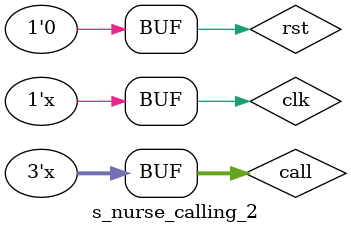
<source format=v>
`timescale 1ns / 1ps


module s_nurse_calling_2;
    reg clk, rst;
    reg [2:0]call;
    wire [2:0]led;
    
    nurse_calling_2 dff(clk,rst,call,led);

    initial begin
        call <= 3'b000;
        clk<=0;
        rst<=0;
        #100     rst<=1;
        #5     rst<=0;
        #105   rst<=1;
        #5   rst<=0; 
    end
    always #5  clk <= ~clk;
    always #10 call <= call+1;
endmodule

</source>
